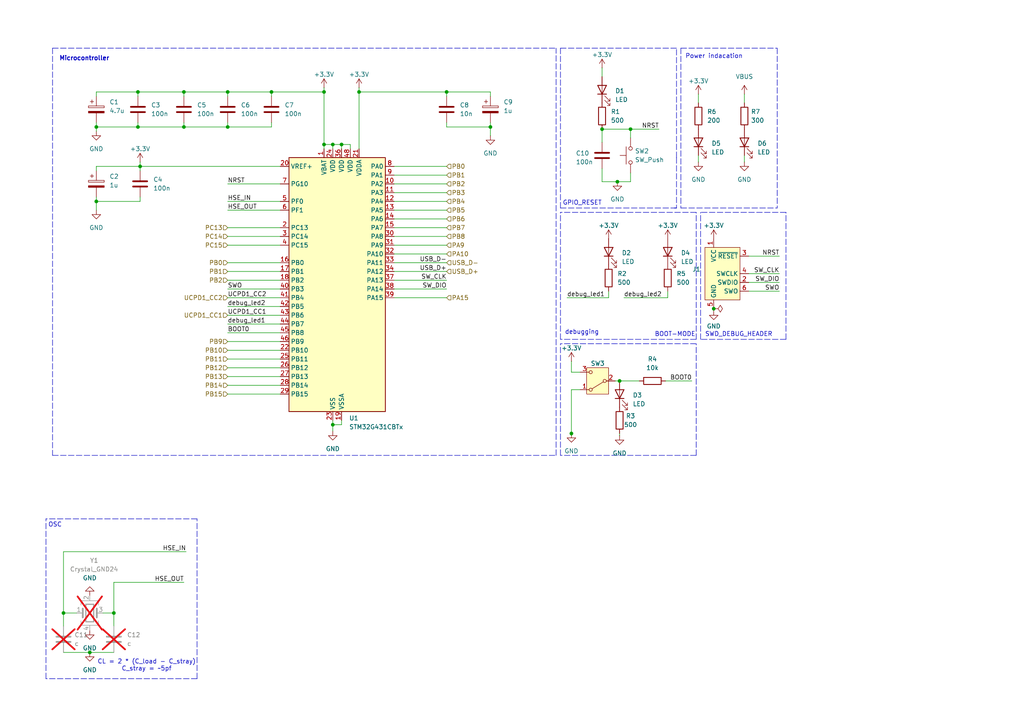
<source format=kicad_sch>
(kicad_sch (version 20231120) (generator "eeschema") (generator_version "8.0")
  (paper "A4")
  (lib_symbols
    (symbol "+3.3V_2" (power) (pin_numbers hide) (pin_names (offset 0) hide)
      (property "Value" "+3.3V" (at 0 3.556 0))
      (symbol "+3.3V_2_0_1"
        (polyline (pts (xy -0.762 1.27) (xy 0 2.54)))
        (polyline (pts (xy 0 0) (xy 0 2.54)))
        (polyline (pts (xy 0 2.54) (xy 0.762 1.27)))
      )
      (symbol "+3.3V_2_1_1"
        (pin power_in line (at 0 0 90) (length 0) (name "~") (number "1"))
      )
    )
    (symbol "Connector:Conn_ARM_SWD_TagConnect_TC2030-NL" (in_bom no)
      (property "Reference" "J" (at 2.54 11.43 0))
      (property "Value" "Conn_ARM_SWD_TagConnect_TC2030-NL" (at 2.54 8.89 0))
      (symbol "Conn_ARM_SWD_TagConnect_TC2030-NL_0_0"
        (pin power_in line (at -2.54 10.16 270) (length 2.54) (name "VCC") (number "1"))
        (pin bidirectional line (at 7.62 -2.54 180) (length 2.54) (name "SWDIO") (number "2"))
        (pin open_collector line (at 7.62 5.08 180) (length 2.54) (name "~{RESET}") (number "3"))
        (pin output line (at 7.62 0 180) (length 2.54) (name "SWCLK") (number "4"))
        (pin power_in line (at -2.54 -10.16 90) (length 2.54) (name "GND") (number "5"))
        (pin input line (at 7.62 -5.08 180) (length 2.54) (name "SWO") (number "6"))
      )
      (symbol "Conn_ARM_SWD_TagConnect_TC2030-NL_0_1"
        (rectangle (start -5.08 7.62) (end 5.08 -7.62) (fill (type background)))
      )
    )
    (symbol "Device:C" (pin_numbers hide) (pin_names (offset 0.254))
      (property "Reference" "C" (at 0.635 2.54 0))
      (property "Value" "C" (at 0.635 -2.54 0))
      (symbol "C_0_1"
        (polyline (pts (xy -2.032 -0.762) (xy 2.032 -0.762)) (stroke (width 0.508)))
        (polyline (pts (xy -2.032 0.762) (xy 2.032 0.762)) (stroke (width 0.508)))
      )
      (symbol "C_1_1"
        (pin passive line (at 0 3.81 270) (length 2.794) (name "~") (number "1"))
        (pin passive line (at 0 -3.81 90) (length 2.794) (name "~") (number "2"))
      )
    )
    (symbol "Device:C_Polarized" (pin_numbers hide) (pin_names (offset 0.254))
      (property "Reference" "C" (at 0.635 2.54 0))
      (property "Value" "C_Polarized" (at 0.635 -2.54 0))
      (symbol "C_Polarized_0_1"
        (rectangle (start -2.286 0.508) (end 2.286 1.016))
        (polyline (pts (xy -1.778 2.286) (xy -0.762 2.286)))
        (polyline (pts (xy -1.27 2.794) (xy -1.27 1.778)))
        (rectangle (start 2.286 -0.508) (end -2.286 -1.016) (fill (type outline)))
      )
      (symbol "C_Polarized_1_1"
        (pin passive line (at 0 3.81 270) (length 2.794) (name "~") (number "1"))
        (pin passive line (at 0 -3.81 90) (length 2.794) (name "~") (number "2"))
      )
    )
    (symbol "Device:Crystal_GND24" (pin_names (offset 1.016) hide)
      (property "Reference" "Y" (at 3.175 5.08 0))
      (property "Value" "Crystal_GND24" (at 3.175 3.175 0))
      (symbol "Crystal_GND24_0_1"
        (rectangle (start -1.143 2.54) (end 1.143 -2.54) (stroke (width 0.3048)))
        (polyline (pts (xy -2.54 0) (xy -2.032 0)))
        (polyline (pts (xy -2.032 -1.27) (xy -2.032 1.27)) (stroke (width 0.508)))
        (polyline (pts (xy 0 -3.81) (xy 0 -3.556)))
        (polyline (pts (xy 0 3.556) (xy 0 3.81)))
        (polyline (pts (xy 2.032 -1.27) (xy 2.032 1.27)) (stroke (width 0.508)))
        (polyline (pts (xy 2.032 0) (xy 2.54 0)))
        (polyline (pts (xy -2.54 -2.286) (xy -2.54 -3.556) (xy 2.54 -3.556) (xy 2.54 -2.286)))
        (polyline (pts (xy -2.54 2.286) (xy -2.54 3.556) (xy 2.54 3.556) (xy 2.54 2.286)))
      )
      (symbol "Crystal_GND24_1_1"
        (pin passive line (at -3.81 0 0) (length 1.27) (name "1") (number "1"))
        (pin passive line (at 0 5.08 270) (length 1.27) (name "2") (number "2"))
        (pin passive line (at 3.81 0 180) (length 1.27) (name "3") (number "3"))
        (pin passive line (at 0 -5.08 90) (length 1.27) (name "4") (number "4"))
      )
    )
    (symbol "Device:LED" (pin_numbers hide) (pin_names (offset 1.016) hide)
      (property "Reference" "D" (at 0 2.54 0))
      (property "Value" "LED" (at 0 -2.54 0))
      (symbol "LED_0_1"
        (polyline (pts (xy -1.27 -1.27) (xy -1.27 1.27)) (stroke (width 0.254)))
        (polyline (pts (xy -1.27 0) (xy 1.27 0)))
        (polyline (pts (xy 1.27 -1.27) (xy 1.27 1.27) (xy -1.27 0) (xy 1.27 -1.27)) (stroke (width 0.254)))
        (polyline (pts (xy -3.048 -0.762) (xy -4.572 -2.286) (xy -3.81 -2.286) (xy -4.572 -2.286) (xy -4.572 -1.524)))
        (polyline (pts (xy -1.778 -0.762) (xy -3.302 -2.286) (xy -2.54 -2.286) (xy -3.302 -2.286) (xy -3.302 -1.524)))
      )
      (symbol "LED_1_1"
        (pin passive line (at -3.81 0 0) (length 2.54) (name "K") (number "1"))
        (pin passive line (at 3.81 0 180) (length 2.54) (name "A") (number "2"))
      )
    )
    (symbol "Device:R" (pin_numbers hide) (pin_names (offset 0))
      (property "Reference" "R" (at 2.032 0 90))
      (property "Value" "R" (at 0 0 90))
      (symbol "R_0_1"
        (rectangle (start -1.016 -2.54) (end 1.016 2.54) (stroke (width 0.254)))
      )
      (symbol "R_1_1"
        (pin passive line (at 0 3.81 270) (length 1.27) (name "~") (number "1"))
        (pin passive line (at 0 -3.81 90) (length 1.27) (name "~") (number "2"))
      )
    )
    (symbol "GND_1" (power) (pin_numbers hide) (pin_names (offset 0) hide)
      (property "Value" "GND" (at 0 -3.81 0))
      (symbol "GND_1_0_1"
        (polyline (pts (xy 0 0) (xy 0 -1.27) (xy 1.27 -1.27) (xy 0 -2.54) (xy -1.27 -1.27) (xy 0 -1.27)))
      )
      (symbol "GND_1_1_1"
        (pin power_in line (at 0 0 270) (length 0) (name "~") (number "1"))
      )
    )
    (symbol "GND_2" (power) (pin_numbers hide) (pin_names (offset 0) hide)
      (property "Value" "GND" (at 0 -3.81 0))
      (symbol "GND_2_0_1"
        (polyline (pts (xy 0 0) (xy 0 -1.27) (xy 1.27 -1.27) (xy 0 -2.54) (xy -1.27 -1.27) (xy 0 -1.27)))
      )
      (symbol "GND_2_1_1"
        (pin power_in line (at 0 0 270) (length 0) (name "~") (number "1"))
      )
    )
    (symbol "MCU_ST_STM32G4:STM32G431CBTx"
      (property "Reference" "U" (at -12.7 39.37 0))
      (property "Value" "STM32G431CBTx" (at 10.16 39.37 0))
      (symbol "STM32G431CBTx_0_1"
        (rectangle (start -12.7 -35.56) (end 15.24 38.1) (stroke (width 0.254)) (fill (type background)))
      )
      (symbol "STM32G431CBTx_1_1"
        (pin power_in line (at -2.54 40.64 270) (length 2.54) (name "VBAT") (number "1"))
        (pin bidirectional line (at 17.78 30.48 180) (length 2.54) (name "PA2") (number "10"))
        (pin bidirectional line (at 17.78 27.94 180) (length 2.54) (name "PA3") (number "11"))
        (pin bidirectional line (at 17.78 25.4 180) (length 2.54) (name "PA4") (number "12"))
        (pin bidirectional line (at 17.78 22.86 180) (length 2.54) (name "PA5") (number "13"))
        (pin bidirectional line (at 17.78 20.32 180) (length 2.54) (name "PA6") (number "14"))
        (pin bidirectional line (at 17.78 17.78 180) (length 2.54) (name "PA7") (number "15"))
        (pin bidirectional line (at -15.24 7.62 0) (length 2.54) (name "PB0") (number "16"))
        (pin bidirectional line (at -15.24 5.08 0) (length 2.54) (name "PB1") (number "17"))
        (pin bidirectional line (at -15.24 2.54 0) (length 2.54) (name "PB2") (number "18"))
        (pin power_in line (at 2.54 -38.1 90) (length 2.54) (name "VSSA") (number "19"))
        (pin bidirectional line (at -15.24 17.78 0) (length 2.54) (name "PC13") (number "2"))
        (pin input line (at -15.24 35.56 0) (length 2.54) (name "VREF+") (number "20"))
        (pin power_in line (at 7.62 40.64 270) (length 2.54) (name "VDDA") (number "21"))
        (pin bidirectional line (at -15.24 -17.78 0) (length 2.54) (name "PB10") (number "22"))
        (pin power_in line (at 0 -38.1 90) (length 2.54) (name "VSS") (number "23"))
        (pin power_in line (at 0 40.64 270) (length 2.54) (name "VDD") (number "24"))
        (pin bidirectional line (at -15.24 -20.32 0) (length 2.54) (name "PB11") (number "25"))
        (pin bidirectional line (at -15.24 -22.86 0) (length 2.54) (name "PB12") (number "26"))
        (pin bidirectional line (at -15.24 -25.4 0) (length 2.54) (name "PB13") (number "27"))
        (pin bidirectional line (at -15.24 -27.94 0) (length 2.54) (name "PB14") (number "28"))
        (pin bidirectional line (at -15.24 -30.48 0) (length 2.54) (name "PB15") (number "29"))
        (pin bidirectional line (at -15.24 15.24 0) (length 2.54) (name "PC14") (number "3"))
        (pin bidirectional line (at 17.78 15.24 180) (length 2.54) (name "PA8") (number "30"))
        (pin bidirectional line (at 17.78 12.7 180) (length 2.54) (name "PA9") (number "31"))
        (pin bidirectional line (at 17.78 10.16 180) (length 2.54) (name "PA10") (number "32"))
        (pin bidirectional line (at 17.78 7.62 180) (length 2.54) (name "PA11") (number "33"))
        (pin bidirectional line (at 17.78 5.08 180) (length 2.54) (name "PA12") (number "34"))
        (pin passive line (at 0 -38.1 90) (length 2.54) hide (name "VSS") (number "35"))
        (pin power_in line (at 2.54 40.64 270) (length 2.54) (name "VDD") (number "36"))
        (pin bidirectional line (at 17.78 2.54 180) (length 2.54) (name "PA13") (number "37"))
        (pin bidirectional line (at 17.78 0 180) (length 2.54) (name "PA14") (number "38"))
        (pin bidirectional line (at 17.78 -2.54 180) (length 2.54) (name "PA15") (number "39"))
        (pin bidirectional line (at -15.24 12.7 0) (length 2.54) (name "PC15") (number "4"))
        (pin bidirectional line (at -15.24 0 0) (length 2.54) (name "PB3") (number "40"))
        (pin bidirectional line (at -15.24 -2.54 0) (length 2.54) (name "PB4") (number "41"))
        (pin bidirectional line (at -15.24 -5.08 0) (length 2.54) (name "PB5") (number "42"))
        (pin bidirectional line (at -15.24 -7.62 0) (length 2.54) (name "PB6") (number "43"))
        (pin bidirectional line (at -15.24 -10.16 0) (length 2.54) (name "PB7") (number "44"))
        (pin bidirectional line (at -15.24 -12.7 0) (length 2.54) (name "PB8") (number "45"))
        (pin bidirectional line (at -15.24 -15.24 0) (length 2.54) (name "PB9") (number "46"))
        (pin passive line (at 0 -38.1 90) (length 2.54) hide (name "VSS") (number "47"))
        (pin power_in line (at 5.08 40.64 270) (length 2.54) (name "VDD") (number "48"))
        (pin bidirectional line (at -15.24 25.4 0) (length 2.54) (name "PF0") (number "5"))
        (pin bidirectional line (at -15.24 22.86 0) (length 2.54) (name "PF1") (number "6"))
        (pin bidirectional line (at -15.24 30.48 0) (length 2.54) (name "PG10") (number "7"))
        (pin bidirectional line (at 17.78 35.56 180) (length 2.54) (name "PA0") (number "8"))
        (pin bidirectional line (at 17.78 33.02 180) (length 2.54) (name "PA1") (number "9"))
      )
    )
    (symbol "SW_SPDT_1" (pin_names (offset 0) hide)
      (property "Reference" "SW" (at 0 5.08 0))
      (property "Value" "SW_SPDT" (at 0 -5.08 0))
      (symbol "SW_SPDT_1_0_1"
        (circle (center -2.032 0) (radius 0.4572))
        (polyline (pts (xy -1.651 0.254) (xy 1.651 2.286)))
        (circle (center 2.032 -2.54) (radius 0.4572))
        (circle (center 2.032 2.54) (radius 0.4572))
      )
      (symbol "SW_SPDT_1_1_1"
        (rectangle (start -3.175 3.81) (end 3.175 -3.81) (fill (type background)))
        (pin passive line (at 5.08 2.54 180) (length 2.54) (name "A") (number "1"))
        (pin passive line (at -5.08 0 0) (length 2.54) (name "B") (number "2"))
        (pin passive line (at 5.08 -2.54 180) (length 2.54) (name "C") (number "3"))
      )
    )
    (symbol "Switch:SW_Push" (pin_numbers hide) (pin_names (offset 1.016) hide)
      (property "Reference" "SW" (at 1.27 2.54 0))
      (property "Value" "SW_Push" (at 0 -1.524 0))
      (symbol "SW_Push_0_1"
        (circle (center -2.032 0) (radius 0.508))
        (polyline (pts (xy 0 1.27) (xy 0 3.048)))
        (polyline (pts (xy 2.54 1.27) (xy -2.54 1.27)))
        (circle (center 2.032 0) (radius 0.508))
        (pin passive line (at -5.08 0 0) (length 2.54) (name "1") (number "1"))
        (pin passive line (at 5.08 0 180) (length 2.54) (name "2") (number "2"))
      )
    )
    (symbol "power:PWR_FLAG" (power) (pin_numbers hide) (pin_names (offset 0) hide)
      (property "Value" "PWR_FLAG" (at 0 3.81 0))
      (symbol "PWR_FLAG_0_0"
        (pin power_out line (at 0 0 90) (length 0) (name "~") (number "1"))
      )
      (symbol "PWR_FLAG_0_1"
        (polyline (pts (xy 0 0) (xy 0 1.27) (xy -1.016 1.905) (xy 0 2.54) (xy 1.016 1.905) (xy 0 1.27)))
      )
    )
    (symbol "power:VBUS" (power) (pin_numbers hide) (pin_names (offset 0) hide)
      (property "Value" "VBUS" (at 0 3.556 0))
      (symbol "VBUS_0_1"
        (polyline (pts (xy -0.762 1.27) (xy 0 2.54)))
        (polyline (pts (xy 0 0) (xy 0 2.54)))
        (polyline (pts (xy 0 2.54) (xy 0.762 1.27)))
      )
      (symbol "VBUS_1_1"
        (pin power_in line (at 0 0 90) (length 0) (name "~") (number "1"))
      )
    )
  )
  (junction (at 66.04 36.83))
  (junction (at 53.34 36.83))
  (junction (at 18.415 177.8))
  (junction (at 96.52 123.19))
  (junction (at 93.98 26.67))
  (junction (at 179.07 52.705))
  (junction (at 174.625 37.465))
  (junction (at 27.94 58.42))
  (junction (at 129.54 26.67))
  (junction (at 26.035 189.23))
  (junction (at 165.735 125.73))
  (junction (at 104.14 26.67))
  (junction (at 99.06 41.91))
  (junction (at 182.88 37.465))
  (junction (at 207.01 89.535))
  (junction (at 33.02 177.8))
  (junction (at 142.24 36.83))
  (junction (at 40.005 36.83))
  (junction (at 53.34 26.67))
  (junction (at 40.005 26.67))
  (junction (at 179.705 110.49))
  (junction (at 96.52 41.91))
  (junction (at 93.98 41.91))
  (junction (at 78.74 26.67))
  (junction (at 27.94 36.83))
  (junction (at 66.04 26.67))
  (junction (at 40.64 48.26))
  (wire (pts (xy 142.24 36.83) (xy 142.24 35.56)))
  (wire (pts (xy 142.24 27.94) (xy 142.24 26.67)))
  (polyline (pts (xy 57.15 196.85) (xy 57.15 150.495)) (stroke (width 0) (type dash)))
  (polyline (pts (xy 162.56 98.425) (xy 162.56 61.595)) (stroke (width 0) (type dash)))
  (wire (pts (xy 93.98 41.91) (xy 96.52 41.91)))
  (wire (pts (xy 165.735 104.775) (xy 165.735 107.95)))
  (wire (pts (xy 66.04 76.2) (xy 81.28 76.2)))
  (wire (pts (xy 40.005 36.83) (xy 27.94 36.83)))
  (polyline (pts (xy 161.29 132.08) (xy 161.29 13.97)) (stroke (width 0) (type dash)))
  (wire (pts (xy 104.14 25.4) (xy 104.14 26.67)))
  (polyline (pts (xy 196.215 60.325) (xy 162.56 60.325)) (stroke (width 0) (type dash)))
  (wire (pts (xy 27.94 58.42) (xy 27.94 57.15)))
  (wire (pts (xy 174.625 19.685) (xy 174.625 22.225)))
  (wire (pts (xy 193.675 86.36) (xy 193.675 84.455)))
  (polyline (pts (xy 162.56 13.97) (xy 162.56 28.575)) (stroke (width 0) (type dash)))
  (wire (pts (xy 66.04 78.74) (xy 81.28 78.74)))
  (wire (pts (xy 81.28 60.96) (xy 66.04 60.96)))
  (wire (pts (xy 165.735 113.03) (xy 165.735 125.73)))
  (polyline (pts (xy 13.335 196.85) (xy 13.335 150.495)) (stroke (width 0) (type dash)))
  (wire (pts (xy 114.3 81.28) (xy 129.54 81.28)))
  (wire (pts (xy 217.17 74.295) (xy 226.06 74.295)))
  (wire (pts (xy 129.54 36.83) (xy 129.54 35.56)))
  (wire (pts (xy 129.54 48.26) (xy 114.3 48.26)))
  (wire (pts (xy 33.02 177.8) (xy 33.02 181.61)))
  (wire (pts (xy 129.54 60.96) (xy 114.3 60.96)))
  (wire (pts (xy 96.52 121.92) (xy 96.52 123.19)))
  (wire (pts (xy 66.04 91.44) (xy 81.28 91.44)))
  (wire (pts (xy 66.04 109.22) (xy 81.28 109.22)))
  (wire (pts (xy 178.435 110.49) (xy 179.705 110.49)))
  (wire (pts (xy 182.88 37.465) (xy 191.135 37.465)))
  (polyline (pts (xy 201.93 99.695) (xy 162.56 99.695)) (stroke (width 0) (type dash)))
  (wire (pts (xy 66.04 88.9) (xy 81.28 88.9)))
  (wire (pts (xy 29.845 177.8) (xy 33.02 177.8)))
  (wire (pts (xy 53.34 36.83) (xy 40.005 36.83)))
  (wire (pts (xy 193.04 110.49) (xy 200.66 110.49)))
  (wire (pts (xy 66.04 35.56) (xy 66.04 36.83)))
  (wire (pts (xy 129.54 36.83) (xy 142.24 36.83)))
  (wire (pts (xy 33.02 168.91) (xy 53.34 168.91)))
  (wire (pts (xy 217.17 84.455) (xy 226.06 84.455)))
  (wire (pts (xy 182.88 50.165) (xy 182.88 52.705)))
  (polyline (pts (xy 57.15 150.495) (xy 13.335 150.495)) (stroke (width 0) (type dash)))
  (wire (pts (xy 66.04 81.28) (xy 81.28 81.28)))
  (wire (pts (xy 66.04 58.42) (xy 81.28 58.42)))
  (polyline (pts (xy 57.15 196.85) (xy 13.335 196.85)) (stroke (width 0) (type dash)))
  (wire (pts (xy 40.005 36.83) (xy 40.005 35.56)))
  (polyline (pts (xy 201.93 98.425) (xy 201.93 61.595)) (stroke (width 0) (type dash)))
  (wire (pts (xy 207.01 90.17) (xy 207.01 89.535)))
  (wire (pts (xy 129.54 66.04) (xy 114.3 66.04)))
  (wire (pts (xy 78.74 27.94) (xy 78.74 26.67)))
  (wire (pts (xy 27.94 38.1) (xy 27.94 36.83)))
  (wire (pts (xy 26.035 189.23) (xy 33.02 189.23)))
  (wire (pts (xy 99.06 41.91) (xy 99.06 43.18)))
  (wire (pts (xy 27.94 58.42) (xy 27.94 60.96)))
  (wire (pts (xy 215.9 46.99) (xy 215.9 45.085)))
  (wire (pts (xy 66.04 104.14) (xy 81.28 104.14)))
  (polyline (pts (xy 201.93 132.08) (xy 162.56 132.08)) (stroke (width 0) (type dash)))
  (wire (pts (xy 40.64 49.53) (xy 40.64 48.26)))
  (polyline (pts (xy 203.2 98.425) (xy 203.2 61.595)) (stroke (width 0) (type dash)))
  (wire (pts (xy 129.54 73.66) (xy 114.3 73.66)))
  (polyline (pts (xy 201.93 98.425) (xy 162.56 98.425)) (stroke (width 0) (type dash)))
  (polyline (pts (xy 15.24 13.97) (xy 15.24 132.08)) (stroke (width 0) (type dash)))
  (wire (pts (xy 168.275 107.95) (xy 165.735 107.95)))
  (wire (pts (xy 18.415 189.23) (xy 26.035 189.23)))
  (wire (pts (xy 129.54 50.8) (xy 114.3 50.8)))
  (wire (pts (xy 180.975 86.36) (xy 193.675 86.36)))
  (wire (pts (xy 129.54 58.42) (xy 114.3 58.42)))
  (polyline (pts (xy 15.24 13.97) (xy 161.29 13.97)) (stroke (width 0) (type dash)))
  (wire (pts (xy 66.04 83.82) (xy 81.28 83.82)))
  (polyline (pts (xy 196.215 13.97) (xy 162.56 13.97)) (stroke (width 0) (type dash)))
  (wire (pts (xy 129.54 55.88) (xy 114.3 55.88)))
  (wire (pts (xy 217.17 81.915) (xy 226.06 81.915)))
  (wire (pts (xy 66.04 71.12) (xy 81.28 71.12)))
  (wire (pts (xy 202.565 27.305) (xy 202.565 29.845)))
  (wire (pts (xy 215.9 27.305) (xy 215.9 29.845)))
  (wire (pts (xy 66.04 26.67) (xy 78.74 26.67)))
  (polyline (pts (xy 196.215 60.325) (xy 195.58 60.325)) (stroke (width 0) (type dash)))
  (wire (pts (xy 104.14 26.67) (xy 129.54 26.67)))
  (wire (pts (xy 165.735 125.73) (xy 165.735 126.365)))
  (wire (pts (xy 40.64 58.42) (xy 40.64 57.15)))
  (wire (pts (xy 27.94 27.94) (xy 27.94 26.67)))
  (polyline (pts (xy 162.56 60.325) (xy 162.56 28.575)) (stroke (width 0) (type dash)))
  (wire (pts (xy 174.625 48.895) (xy 174.625 52.705)))
  (wire (pts (xy 129.54 71.12) (xy 114.3 71.12)))
  (wire (pts (xy 33.02 168.91) (xy 33.02 177.8)))
  (wire (pts (xy 27.94 58.42) (xy 40.64 58.42)))
  (polyline (pts (xy 225.425 13.97) (xy 225.425 60.325)) (stroke (width 0) (type dash)))
  (wire (pts (xy 66.04 86.36) (xy 81.28 86.36)))
  (wire (pts (xy 104.14 26.67) (xy 104.14 43.18)))
  (polyline (pts (xy 196.215 45.72) (xy 196.215 60.325)) (stroke (width 0) (type dash)))
  (wire (pts (xy 93.98 41.91) (xy 93.98 43.18)))
  (wire (pts (xy 27.94 26.67) (xy 40.005 26.67)))
  (wire (pts (xy 27.94 36.83) (xy 27.94 35.56)))
  (wire (pts (xy 101.6 41.91) (xy 101.6 43.18)))
  (wire (pts (xy 185.42 110.49) (xy 179.705 110.49)))
  (wire (pts (xy 96.52 123.19) (xy 96.52 125.095)))
  (polyline (pts (xy 197.485 60.325) (xy 225.425 60.325)) (stroke (width 0) (type dash)))
  (wire (pts (xy 174.625 52.705) (xy 179.07 52.705)))
  (wire (pts (xy 66.04 96.52) (xy 81.28 96.52)))
  (wire (pts (xy 40.005 27.94) (xy 40.005 26.67)))
  (wire (pts (xy 142.24 36.83) (xy 142.24 39.37)))
  (wire (pts (xy 164.465 86.36) (xy 176.53 86.36)))
  (wire (pts (xy 53.34 27.94) (xy 53.34 26.67)))
  (polyline (pts (xy 201.93 132.08) (xy 201.93 99.695)) (stroke (width 0) (type dash)))
  (wire (pts (xy 142.24 26.67) (xy 129.54 26.67)))
  (wire (pts (xy 168.275 113.03) (xy 165.735 113.03)))
  (wire (pts (xy 66.04 53.34) (xy 81.28 53.34)))
  (wire (pts (xy 18.415 160.02) (xy 53.975 160.02)))
  (wire (pts (xy 18.415 177.8) (xy 18.415 181.61)))
  (wire (pts (xy 66.04 99.06) (xy 81.28 99.06)))
  (wire (pts (xy 114.3 76.2) (xy 129.54 76.2)))
  (wire (pts (xy 66.04 106.68) (xy 81.28 106.68)))
  (wire (pts (xy 53.34 36.83) (xy 53.34 35.56)))
  (polyline (pts (xy 201.93 61.595) (xy 162.56 61.595)) (stroke (width 0) (type dash)))
  (wire (pts (xy 93.98 25.4) (xy 93.98 26.67)))
  (polyline (pts (xy 197.485 13.97) (xy 197.485 60.325)) (stroke (width 0) (type dash)))
  (wire (pts (xy 129.54 86.36) (xy 114.3 86.36)))
  (wire (pts (xy 40.005 26.67) (xy 53.34 26.67)))
  (wire (pts (xy 99.06 121.92) (xy 99.06 123.19)))
  (wire (pts (xy 176.53 86.36) (xy 176.53 84.455)))
  (wire (pts (xy 129.54 63.5) (xy 114.3 63.5)))
  (wire (pts (xy 99.06 41.91) (xy 101.6 41.91)))
  (wire (pts (xy 114.3 83.82) (xy 129.54 83.82)))
  (polyline (pts (xy 227.965 98.425) (xy 227.965 61.595)) (stroke (width 0) (type dash)))
  (wire (pts (xy 18.415 160.02) (xy 18.415 177.8)))
  (wire (pts (xy 179.07 52.705) (xy 182.88 52.705)))
  (wire (pts (xy 40.64 46.99) (xy 40.64 48.26)))
  (wire (pts (xy 53.34 26.67) (xy 66.04 26.67)))
  (wire (pts (xy 27.94 48.26) (xy 40.64 48.26)))
  (polyline (pts (xy 197.485 13.97) (xy 225.425 13.97)) (stroke (width 0) (type dash)))
  (polyline (pts (xy 227.965 61.595) (xy 203.2 61.595)) (stroke (width 0) (type dash)))
  (wire (pts (xy 217.17 79.375) (xy 226.06 79.375)))
  (wire (pts (xy 66.04 114.3) (xy 81.28 114.3)))
  (wire (pts (xy 174.625 37.465) (xy 182.88 37.465)))
  (wire (pts (xy 66.04 101.6) (xy 81.28 101.6)))
  (wire (pts (xy 66.04 26.67) (xy 66.04 27.94)))
  (wire (pts (xy 96.52 123.19) (xy 99.06 123.19)))
  (wire (pts (xy 174.625 37.465) (xy 174.625 41.275)))
  (wire (pts (xy 66.04 36.83) (xy 78.74 36.83)))
  (wire (pts (xy 40.64 48.26) (xy 81.28 48.26)))
  (wire (pts (xy 114.3 78.74) (xy 129.54 78.74)))
  (wire (pts (xy 66.04 111.76) (xy 81.28 111.76)))
  (polyline (pts (xy 196.215 45.72) (xy 196.215 13.97)) (stroke (width 0) (type dash)))
  (wire (pts (xy 129.54 27.94) (xy 129.54 26.67)))
  (wire (pts (xy 78.74 36.83) (xy 78.74 35.56)))
  (polyline (pts (xy 162.56 132.08) (xy 162.56 99.695)) (stroke (width 0) (type dash)))
  (wire (pts (xy 202.565 46.99) (xy 202.565 45.085)))
  (wire (pts (xy 78.74 26.67) (xy 93.98 26.67)))
  (wire (pts (xy 93.98 26.67) (xy 93.98 41.91)))
  (wire (pts (xy 66.04 66.04) (xy 81.28 66.04)))
  (wire (pts (xy 22.225 177.8) (xy 18.415 177.8)))
  (wire (pts (xy 96.52 41.91) (xy 99.06 41.91)))
  (polyline (pts (xy 227.965 98.425) (xy 203.2 98.425)) (stroke (width 0) (type dash)))
  (wire (pts (xy 182.88 37.465) (xy 182.88 40.005)))
  (wire (pts (xy 179.705 126.365) (xy 179.705 125.73)))
  (wire (pts (xy 53.34 36.83) (xy 66.04 36.83)))
  (wire (pts (xy 129.54 68.58) (xy 114.3 68.58)))
  (wire (pts (xy 66.04 68.58) (xy 81.28 68.58)))
  (wire (pts (xy 129.54 53.34) (xy 114.3 53.34)))
  (wire (pts (xy 27.94 48.26) (xy 27.94 49.53)))
  (wire (pts (xy 96.52 41.91) (xy 96.52 43.18)))
  (wire (pts (xy 66.04 93.98) (xy 81.28 93.98)))
  (polyline (pts (xy 15.24 132.08) (xy 161.29 132.08)) (stroke (width 0) (type dash)))
  (text "OSC\n" (at 13.97 153.035 0) (effects (font (size 1.27 1.27)) (justify left bottom)))
  (text "GPIO_RESET" (at 163.195 59.69 0) (effects (font (size 1.27 1.27)) (justify left bottom)))
  (text "CL = 2 * (C_load - C_stray)\nC_stray = ~5pf\n" (at 42.545 193.04 0) (effects (font (size 1.27 1.27))))
  (text "Microcontroller" (at 17.145 17.78 0) (effects (font (size 1.27 1.27) (bold yes)) (justify left bottom)))
  (text "BOOT-MODE" (at 189.865 97.79 0) (effects (font (size 1.27 1.27)) (justify left bottom)))
  (text "SWD_DEBUG_HEADER" (at 204.47 97.79 0) (effects (font (size 1.27 1.27)) (justify left bottom)))
  (text "Power indacation\n" (at 198.755 17.145 0) (effects (font (size 1.27 1.27)) (justify left bottom)))
  (text "debugging" (at 163.83 97.155 0) (effects (font (size 1.27 1.27)) (justify left bottom)))
  (label "HSE_OUT" (at 66.04 60.96 0))
  (label "UCPD1_CC2" (at 66.04 86.36 0))
  (label "USB_D+" (at 129.54 78.74 180))
  (label "UCPD1_CC1" (at 66.04 91.44 0))
  (label "SW_DIO" (at 226.06 81.915 180))
  (label "NRST" (at 226.06 74.295 180))
  (label "NRST" (at 66.04 53.34 0))
  (label "BOOT0" (at 66.04 96.52 0))
  (label "HSE_IN" (at 53.975 160.02 180))
  (label "HSE_OUT" (at 53.34 168.91 180))
  (label "SWO" (at 66.04 83.82 0))
  (label "HSE_IN" (at 66.04 58.42 0))
  (label "SWO" (at 226.06 84.455 180))
  (label "SW_CLK" (at 129.54 81.28 180))
  (label "SW_CLK" (at 226.06 79.375 180))
  (label "debug_led1" (at 66.04 93.98 0))
  (label "debug_led1" (at 164.465 86.36 0))
  (label "debug_led2" (at 66.04 88.9 0))
  (label "debug_led2" (at 180.975 86.36 0))
  (label "USB_D-" (at 129.54 76.2 180))
  (label "SW_DIO" (at 129.54 83.82 180))
  (label "BOOT0" (at 200.66 110.49 180))
  (label "NRST" (at 191.135 37.465 180))
  (hierarchical_label "PC15" (shape input) (at 66.04 71.12 180))
  (hierarchical_label "PB15" (shape input) (at 66.04 114.3 180))
  (hierarchical_label "PB13" (shape input) (at 66.04 109.22 180))
  (hierarchical_label "PB8" (shape input) (at 129.54 68.58 0))
  (hierarchical_label "USB_D-" (shape input) (at 129.54 76.2 0))
  (hierarchical_label "PA9" (shape input) (at 129.54 71.12 0))
  (hierarchical_label "PB0" (shape input) (at 129.54 48.26 0))
  (hierarchical_label "PC14" (shape input) (at 66.04 68.58 180))
  (hierarchical_label "PB2" (shape input) (at 129.54 53.34 0))
  (hierarchical_label "PC13" (shape input) (at 66.04 66.04 180))
  (hierarchical_label "PA15" (shape input) (at 129.54 86.36 0))
  (hierarchical_label "PB7" (shape input) (at 129.54 66.04 0))
  (hierarchical_label "PB1" (shape input) (at 129.54 50.8 0))
  (hierarchical_label "PB14" (shape input) (at 66.04 111.76 180))
  (hierarchical_label "USB_D+" (shape input) (at 129.54 78.74 0))
  (hierarchical_label "UCPD1_CC2" (shape input) (at 66.04 86.36 180))
  (hierarchical_label "PB12" (shape input) (at 66.04 106.68 180))
  (hierarchical_label "PB0" (shape input) (at 66.04 76.2 180))
  (hierarchical_label "PA10" (shape input) (at 129.54 73.66 0))
  (hierarchical_label "PB10" (shape input) (at 66.04 101.6 180))
  (hierarchical_label "PB11" (shape input) (at 66.04 104.14 180))
  (hierarchical_label "PB3" (shape input) (at 129.54 55.88 0))
  (hierarchical_label "PB1" (shape input) (at 66.04 78.74 180))
  (hierarchical_label "PB4" (shape input) (at 129.54 58.42 0))
  (hierarchical_label "PB9" (shape input) (at 66.04 99.06 180))
  (hierarchical_label "PB2" (shape input) (at 66.04 81.28 180))
  (hierarchical_label "UCPD1_CC1" (shape input) (at 66.04 91.44 180))
  (hierarchical_label "PB6" (shape input) (at 129.54 63.5 0))
  (hierarchical_label "PB5" (shape input) (at 129.54 60.96 0))
  (symbol (lib_id "power:VBUS") (at 215.9 27.305 0) (unit 1)
    (property "Reference" "#PWR019" (effects (hide yes)))
    (property "Value" "VBUS" (at 215.9 22.225 0))
  )
  (symbol (lib_name "+3.3V_2") (lib_id "power:+3.3V") (at 193.675 69.215 0) (unit 1)
    (property "Reference" "#PWR010" (effects (hide yes)))
    (property "Value" "+3.3V" (at 193.675 65.405 0))
    (property "Description" "Power symbol creates a global label with name \"+3.3V\"" (effects (hide yes)))
  )
  (symbol (lib_id "Device:C_Polarized") (at 27.94 53.34 0) (unit 1)
    (property "Reference" "C2" (at 31.75 51.181 0) (effects (justify left)))
    (property "Value" "1u" (at 31.75 53.721 0) (effects (justify left)))
    (property "Footprint" "Capacitor_SMD:C_0805_2012Metric" (effects (hide yes)))
  )
  (symbol (lib_id "Device:C") (at 78.74 31.75 0) (unit 1)
    (property "Reference" "C7" (at 82.55 30.48 0) (effects (justify left)))
    (property "Value" "100n" (at 82.55 33.02 0) (effects (justify left)))
    (property "Footprint" "Capacitor_SMD:C_0805_2012Metric" (effects (hide yes)))
  )
  (symbol (lib_id "Device:LED") (at 174.625 26.035 90) (unit 1)
    (property "Reference" "D1" (at 178.435 26.3525 90) (effects (justify right)))
    (property "Value" "LED" (at 178.435 28.8925 90) (effects (justify right)))
    (property "Footprint" "LED_SMD:LED_0805_2012Metric" (effects (hide yes)))
  )
  (symbol (lib_id "Device:Crystal_GND24") (at 26.035 177.8 0) (unit 1) (dnp yes)
    (property "Reference" "Y1" (at 27.305 162.56 0))
    (property "Value" "Crystal_GND24" (at 27.305 165.1 0))
    (property "Footprint" "Crystal:Crystal_SMD_SeikoEpson_FA238V-4Pin_3.2x2.5mm_HandSoldering" (effects (hide yes)))
    (property "Description" "Four pin crystal, GND on pins 2 and 4" (effects (hide yes)))
  )
  (symbol (lib_name "GND_2") (lib_id "power:GND") (at 179.07 52.705 0) (unit 1)
    (property "Reference" "#PWR020" (effects (hide yes)))
    (property "Value" "GND" (at 179.07 57.785 0))
    (property "Description" "Power symbol creates a global label with name \"GND\" , ground" (effects (hide yes)))
  )
  (symbol (lib_id "Device:LED") (at 215.9 41.275 90) (unit 1)
    (property "Reference" "D6" (at 219.71 41.5925 90) (effects (justify right)))
    (property "Value" "LED" (at 219.71 44.1325 90) (effects (justify right)))
    (property "Footprint" "LED_SMD:LED_0805_2012Metric" (effects (hide yes)))
  )
  (symbol (lib_id "Device:C") (at 40.64 53.34 0) (unit 1)
    (property "Reference" "C4" (at 44.45 52.07 0) (effects (justify left)))
    (property "Value" "100n" (at 44.45 54.61 0) (effects (justify left)))
    (property "Footprint" "Capacitor_SMD:C_0805_2012Metric" (effects (hide yes)))
  )
  (symbol (lib_id "Device:R") (at 193.675 80.645 0) (unit 1)
    (property "Reference" "R5" (at 196.215 79.375 0) (effects (justify left)))
    (property "Value" "500" (at 196.215 81.915 0) (effects (justify left)))
    (property "Footprint" "Resistor_SMD:R_0805_2012Metric" (effects (hide yes)))
  )
  (symbol (lib_name "GND_2") (lib_id "power:GND") (at 26.035 172.72 180) (unit 1)
    (property "Reference" "#PWR021" (effects (hide yes)))
    (property "Value" "GND" (at 26.035 167.64 0))
    (property "Description" "Power symbol creates a global label with name \"GND\" , ground" (effects (hide yes)))
  )
  (symbol (lib_id "Device:C") (at 129.54 31.75 0) (unit 1)
    (property "Reference" "C8" (at 133.35 30.48 0) (effects (justify left)))
    (property "Value" "10n" (at 133.35 33.02 0) (effects (justify left)))
    (property "Footprint" "Capacitor_SMD:C_0805_2012Metric" (effects (hide yes)))
  )
  (symbol (lib_name "GND_2") (lib_id "power:GND") (at 27.94 60.96 0) (unit 1)
    (property "Reference" "#PWR07" (effects (hide yes)))
    (property "Value" "GND" (at 27.94 66.04 0))
    (property "Description" "Power symbol creates a global label with name \"GND\" , ground" (effects (hide yes)))
  )
  (symbol (lib_name "+3.3V_2") (lib_id "power:+3.3V") (at 165.735 104.775 0) (unit 1)
    (property "Reference" "#PWR038" (effects (hide yes)))
    (property "Value" "+3.3V" (at 165.735 100.965 0))
    (property "Description" "Power symbol creates a global label with name \"+3.3V\"" (effects (hide yes)))
  )
  (symbol (lib_id "Device:C") (at 40.005 31.75 0) (unit 1)
    (property "Reference" "C3" (at 43.815 30.48 0) (effects (justify left)))
    (property "Value" "100n" (at 43.815 33.02 0) (effects (justify left)))
    (property "Footprint" "Capacitor_SMD:C_0805_2012Metric" (effects (hide yes)))
  )
  (symbol (lib_name "SW_SPDT_1") (lib_id "Switch:SW_SPDT") (at 173.355 110.49 180) (unit 1)
    (property "Reference" "SW3" (at 173.355 105.41 0))
    (property "Value" "SW_SPDT" (effects (hide yes)))
    (property "Description" "Switch, single pole double throw" (effects (hide yes)))
  )
  (symbol (lib_id "Device:C") (at 53.34 31.75 0) (unit 1)
    (property "Reference" "C5" (at 57.15 30.48 0) (effects (justify left)))
    (property "Value" "100n" (at 57.15 33.02 0) (effects (justify left)))
    (property "Footprint" "Capacitor_SMD:C_0805_2012Metric" (effects (hide yes)))
  )
  (symbol (lib_name "GND_2") (lib_id "power:GND") (at 27.94 38.1 0) (unit 1)
    (property "Reference" "#PWR02" (effects (hide yes)))
    (property "Value" "GND" (at 27.94 43.18 0))
    (property "Description" "Power symbol creates a global label with name \"GND\" , ground" (effects (hide yes)))
  )
  (symbol (lib_id "Connector:Conn_ARM_SWD_TagConnect_TC2030-NL") (at 209.55 79.375 0) (unit 1) (in_bom no)
    (property "Reference" "J1" (at 203.2 78.1049 0) (effects (justify right)))
    (property "Value" "Conn_ARM_SWD_TagConnect_TC2030-NL" (effects (hide yes)))
    (property "Footprint" "Connector:Tag-Connect_TC2030-IDC-NL_2x03_P1.27mm_Vertical" (effects (hide yes)))
    (property "Datasheet" "https://www.tag-connect.com/wp-content/uploads/bsk-pdf-manager/TC2030-CTX_1.pdf" (effects (hide yes)))
    (property "Description" "Tag-Connect ARM Cortex SWD JTAG connector, 6 pin, no legs" (effects (hide yes)))
  )
  (symbol (lib_id "Device:R") (at 215.9 33.655 180) (unit 1)
    (property "Reference" "R7" (at 217.805 32.3849 0) (effects (justify right)))
    (property "Value" "300" (at 217.805 34.9249 0) (effects (justify right)))
    (property "Footprint" "Resistor_SMD:R_0805_2012Metric" (effects (hide yes)))
  )
  (symbol (lib_id "Device:LED") (at 193.675 73.025 90) (unit 1)
    (property "Reference" "D4" (at 197.485 73.3425 90) (effects (justify right)))
    (property "Value" "LED" (at 197.485 75.8825 90) (effects (justify right)))
    (property "Footprint" "LED_SMD:LED_0805_2012Metric" (effects (hide yes)))
  )
  (symbol (lib_name "GND_2") (lib_id "power:GND") (at 26.035 182.88 0) (unit 1)
    (property "Reference" "#PWR012" (effects (hide yes)))
    (property "Value" "GND" (at 26.035 187.96 0))
    (property "Description" "Power symbol creates a global label with name \"GND\" , ground" (effects (hide yes)))
  )
  (symbol (lib_id "MCU_ST_STM32G4:STM32G431CBTx") (at 96.52 83.82 0) (unit 1)
    (property "Reference" "U1" (at 101.2541 121.285 0) (effects (justify left)))
    (property "Value" "STM32G431CBTx" (at 101.2541 123.825 0) (effects (justify left)))
    (property "Footprint" "Package_QFP:LQFP-48_7x7mm_P0.5mm" (effects (hide yes)))
    (property "Datasheet" "https://www.st.com/resource/en/datasheet/stm32g431cb.pdf" (effects (hide yes)))
  )
  (symbol (lib_id "Device:R") (at 179.705 121.92 0) (unit 1)
    (property "Reference" "R3" (at 182.88 120.65 0))
    (property "Value" "500" (at 182.88 123.19 0))
    (property "Footprint" "Resistor_SMD:R_0805_2012Metric" (effects (hide yes)))
  )
  (symbol (lib_id "Device:R") (at 189.23 110.49 90) (unit 1)
    (property "Reference" "R4" (at 189.23 104.14 90))
    (property "Value" "10k" (at 189.23 106.68 90))
    (property "Footprint" "Resistor_SMD:R_0805_2012Metric" (effects (hide yes)))
  )
  (symbol (lib_id "Device:R") (at 176.53 80.645 0) (unit 1)
    (property "Reference" "R2" (at 179.07 79.375 0) (effects (justify left)))
    (property "Value" "500" (at 179.07 81.915 0) (effects (justify left)))
    (property "Footprint" "Resistor_SMD:R_0805_2012Metric" (effects (hide yes)))
  )
  (symbol (lib_id "Device:R") (at 174.625 33.655 0) (unit 1)
    (property "Reference" "R1" (at 177.165 32.385 0) (effects (justify left)))
    (property "Value" "500" (at 177.165 34.925 0) (effects (justify left)))
    (property "Footprint" "Resistor_SMD:R_0805_2012Metric" (effects (hide yes)))
  )
  (symbol (lib_name "GND_2") (lib_id "power:GND") (at 179.705 126.365 0) (unit 1)
    (property "Reference" "#PWR09" (effects (hide yes)))
    (property "Value" "GND" (at 179.705 131.445 0))
    (property "Description" "Power symbol creates a global label with name \"GND\" , ground" (effects (hide yes)))
  )
  (symbol (lib_name "GND_2") (lib_id "power:GND") (at 96.52 125.095 0) (unit 1)
    (property "Reference" "#PWR023" (effects (hide yes)))
    (property "Value" "GND" (at 96.52 130.175 0))
    (property "Description" "Power symbol creates a global label with name \"GND\" , ground" (effects (hide yes)))
  )
  (symbol (lib_name "+3.3V_2") (lib_id "power:+3.3V") (at 174.625 19.685 0) (unit 1)
    (property "Reference" "#PWR014" (effects (hide yes)))
    (property "Value" "+3.3V" (at 174.625 15.875 0))
    (property "Description" "Power symbol creates a global label with name \"+3.3V\"" (effects (hide yes)))
  )
  (symbol (lib_name "GND_2") (lib_id "power:GND") (at 202.565 46.99 0) (unit 1)
    (property "Reference" "#PWR013" (effects (hide yes)))
    (property "Value" "GND" (at 202.565 52.07 0))
    (property "Description" "Power symbol creates a global label with name \"GND\" , ground" (effects (hide yes)))
  )
  (symbol (lib_name "GND_2") (lib_id "power:GND") (at 26.035 189.23 0) (unit 1)
    (property "Reference" "#PWR06" (effects (hide yes)))
    (property "Value" "GND" (at 26.035 194.31 0))
    (property "Description" "Power symbol creates a global label with name \"GND\" , ground" (effects (hide yes)))
  )
  (symbol (lib_name "+3.3V_2") (lib_id "power:+3.3V") (at 176.53 69.215 0) (unit 1)
    (property "Reference" "#PWR08" (effects (hide yes)))
    (property "Value" "+3.3V" (at 176.53 65.405 0))
    (property "Description" "Power symbol creates a global label with name \"+3.3V\"" (effects (hide yes)))
  )
  (symbol (lib_id "Device:R") (at 202.565 33.655 180) (unit 1)
    (property "Reference" "R6" (at 205.105 32.385 0) (effects (justify right)))
    (property "Value" "200" (at 205.105 34.925 0) (effects (justify right)))
    (property "Footprint" "Resistor_SMD:R_0805_2012Metric" (effects (hide yes)))
  )
  (symbol (lib_id "Switch:SW_Push") (at 182.88 45.085 90) (unit 1)
    (property "Reference" "SW2" (at 184.15 43.8149 90) (effects (justify right)))
    (property "Value" "SW_Push" (at 184.15 46.3549 90) (effects (justify right)))
    (property "Footprint" "Button_Switch_SMD:SW_Push_SPST_NO_Alps_SKRK" (effects (hide yes)))
    (property "Description" "Push button switch, generic, two pins" (effects (hide yes)))
  )
  (symbol (lib_name "+3.3V_2") (lib_id "power:+3.3V") (at 207.01 69.215 0) (unit 1)
    (property "Reference" "#PWR011" (effects (hide yes)))
    (property "Value" "+3.3V" (at 207.01 65.405 0))
    (property "Description" "Power symbol creates a global label with name \"+3.3V\"" (effects (hide yes)))
  )
  (symbol (lib_id "Device:C") (at 18.415 185.42 0) (unit 1) (dnp yes)
    (property "Reference" "C11" (at 21.59 184.1499 0) (effects (justify left)))
    (property "Value" "c" (at 21.59 186.6899 0) (effects (justify left)))
    (property "Footprint" "Capacitor_SMD:C_0805_2012Metric" (effects (hide yes)))
  )
  (symbol (lib_name "+3.3V_2") (lib_id "power:+3.3V") (at 104.14 25.4 0) (unit 1)
    (property "Reference" "#PWR03" (effects (hide yes)))
    (property "Value" "+3.3V" (at 104.14 21.59 0))
    (property "Description" "Power symbol creates a global label with name \"+3.3V\"" (effects (hide yes)))
  )
  (symbol (lib_id "Device:LED") (at 176.53 73.025 90) (unit 1)
    (property "Reference" "D2" (at 180.34 73.3425 90) (effects (justify right)))
    (property "Value" "LED" (at 180.34 75.8825 90) (effects (justify right)))
    (property "Footprint" "LED_SMD:LED_0805_2012Metric" (effects (hide yes)))
  )
  (symbol (lib_name "+3.3V_2") (lib_id "power:+3.3V") (at 93.98 25.4 0) (unit 1)
    (property "Reference" "#PWR017" (effects (hide yes)))
    (property "Value" "+3.3V" (at 93.98 21.59 0))
    (property "Description" "Power symbol creates a global label with name \"+3.3V\"" (effects (hide yes)))
  )
  (symbol (lib_name "GND_2") (lib_id "power:GND") (at 215.9 46.99 0) (unit 1)
    (property "Reference" "#PWR016" (effects (hide yes)))
    (property "Value" "GND" (at 215.9 52.07 0))
    (property "Description" "Power symbol creates a global label with name \"GND\" , ground" (effects (hide yes)))
  )
  (symbol (lib_name "GND_1") (lib_id "power:GND") (at 207.01 90.17 0) (unit 1)
    (property "Reference" "#PWR018" (effects (hide yes)))
    (property "Value" "GND" (at 207.01 94.615 0))
    (property "Description" "Power symbol creates a global label with name \"GND\" , ground" (effects (hide yes)))
  )
  (symbol (lib_id "Device:LED") (at 179.705 114.3 90) (unit 1)
    (property "Reference" "D3" (at 183.515 114.6175 90) (effects (justify right)))
    (property "Value" "LED" (at 183.515 117.1575 90) (effects (justify right)))
    (property "Footprint" "LED_SMD:LED_0805_2012Metric" (effects (hide yes)))
  )
  (symbol (lib_name "GND_2") (lib_id "power:GND") (at 165.735 125.73 0) (unit 1)
    (property "Reference" "#PWR05" (effects (hide yes)))
    (property "Value" "GND" (at 165.735 130.81 0))
    (property "Description" "Power symbol creates a global label with name \"GND\" , ground" (effects (hide yes)))
  )
  (symbol (lib_id "Device:C_Polarized") (at 142.24 31.75 0) (unit 1)
    (property "Reference" "C9" (at 146.05 29.591 0) (effects (justify left)))
    (property "Value" "1u" (at 146.05 32.131 0) (effects (justify left)))
    (property "Footprint" "Capacitor_SMD:C_0805_2012Metric" (effects (hide yes)))
  )
  (symbol (lib_name "GND_2") (lib_id "power:GND") (at 142.24 39.37 0) (unit 1)
    (property "Reference" "#PWR01" (effects (hide yes)))
    (property "Value" "GND" (at 142.24 44.45 0))
    (property "Description" "Power symbol creates a global label with name \"GND\" , ground" (effects (hide yes)))
  )
  (symbol (lib_id "Device:LED") (at 202.565 41.275 90) (unit 1)
    (property "Reference" "D5" (at 206.375 41.5925 90) (effects (justify right)))
    (property "Value" "LED" (at 206.375 44.1325 90) (effects (justify right)))
    (property "Footprint" "LED_SMD:LED_0805_2012Metric" (effects (hide yes)))
  )
  (symbol (lib_id "Device:C") (at 174.625 45.085 180) (unit 1)
    (property "Reference" "C10" (at 167.005 44.45 0) (effects (justify right)))
    (property "Value" "100n" (at 167.005 46.99 0) (effects (justify right)))
    (property "Footprint" "Capacitor_SMD:C_0805_2012Metric" (effects (hide yes)))
  )
  (symbol (lib_id "power:PWR_FLAG") (at 207.01 89.535 270) (unit 1)
    (property "Reference" "#FLG01" (effects (hide yes)))
    (property "Value" "PWR_FLAG" (effects (hide yes)))
    (property "Description" "Special symbol for telling ERC where power comes from" (effects (hide yes)))
  )
  (symbol (lib_id "Device:C_Polarized") (at 27.94 31.75 0) (unit 1)
    (property "Reference" "C1" (at 31.75 29.591 0) (effects (justify left)))
    (property "Value" "4.7u" (at 31.75 32.131 0) (effects (justify left)))
    (property "Footprint" "Capacitor_SMD:C_0805_2012Metric" (effects (hide yes)))
  )
  (symbol (lib_name "+3.3V_2") (lib_id "power:+3.3V") (at 40.64 46.99 0) (unit 1)
    (property "Reference" "#PWR04" (effects (hide yes)))
    (property "Value" "+3.3V" (at 40.64 43.18 0))
    (property "Description" "Power symbol creates a global label with name \"+3.3V\"" (effects (hide yes)))
  )
  (symbol (lib_name "+3.3V_2") (lib_id "power:+3.3V") (at 202.565 27.305 0) (unit 1)
    (property "Reference" "#PWR015" (effects (hide yes)))
    (property "Value" "+3.3V" (at 202.565 23.495 0))
    (property "Description" "Power symbol creates a global label with name \"+3.3V\"" (effects (hide yes)))
  )
  (symbol (lib_id "Device:C") (at 33.02 185.42 0) (unit 1) (dnp yes)
    (property "Reference" "C12" (at 36.83 184.1499 0) (effects (justify left)))
    (property "Value" "c" (at 36.83 186.6899 0) (effects (justify left)))
    (property "Footprint" "Capacitor_SMD:C_0805_2012Metric" (effects (hide yes)))
  )
  (symbol (lib_id "Device:C") (at 66.04 31.75 0) (unit 1)
    (property "Reference" "C6" (at 69.85 30.48 0) (effects (justify left)))
    (property "Value" "100n" (at 69.85 33.02 0) (effects (justify left)))
    (property "Footprint" "Capacitor_SMD:C_0805_2012Metric" (effects (hide yes)))
  )
)
</source>
